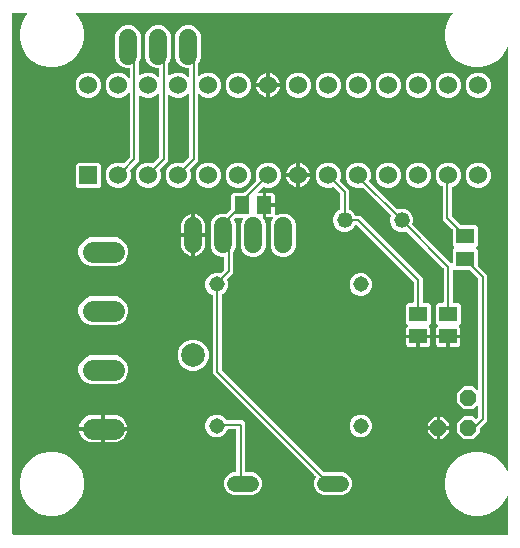
<source format=gtl>
G04 EAGLE Gerber RS-274X export*
G75*
%MOMM*%
%FSLAX34Y34*%
%LPD*%
%INTop Copper*%
%IPPOS*%
%AMOC8*
5,1,8,0,0,1.08239X$1,22.5*%
G01*
%ADD10C,2.010000*%
%ADD11C,1.308000*%
%ADD12R,1.500000X1.300000*%
%ADD13R,1.300000X1.500000*%
%ADD14R,1.524000X1.524000*%
%ADD15C,1.524000*%
%ADD16C,1.524000*%
%ADD17C,1.320800*%
%ADD18C,1.790700*%
%ADD19P,1.429621X8X22.500000*%
%ADD20C,1.320800*%
%ADD21C,0.152400*%
%ADD22C,1.006400*%

G36*
X405698Y-63336D02*
X405698Y-63336D01*
X405717Y-63338D01*
X405819Y-63316D01*
X405921Y-63300D01*
X405938Y-63290D01*
X405958Y-63286D01*
X406047Y-63233D01*
X406138Y-63184D01*
X406152Y-63170D01*
X406169Y-63160D01*
X406236Y-63081D01*
X406308Y-63006D01*
X406316Y-62988D01*
X406329Y-62973D01*
X406368Y-62877D01*
X406411Y-62783D01*
X406413Y-62763D01*
X406421Y-62745D01*
X406439Y-62578D01*
X406439Y-31368D01*
X406432Y-31321D01*
X406433Y-31273D01*
X406412Y-31200D01*
X406400Y-31126D01*
X406377Y-31083D01*
X406363Y-31037D01*
X406320Y-30975D01*
X406284Y-30908D01*
X406250Y-30875D01*
X406222Y-30836D01*
X406161Y-30791D01*
X406106Y-30739D01*
X406063Y-30719D01*
X406024Y-30690D01*
X405952Y-30667D01*
X405883Y-30635D01*
X405835Y-30630D01*
X405790Y-30615D01*
X405714Y-30616D01*
X405639Y-30608D01*
X405592Y-30618D01*
X405544Y-30619D01*
X405472Y-30644D01*
X405398Y-30660D01*
X405357Y-30685D01*
X405312Y-30701D01*
X405252Y-30748D01*
X405187Y-30786D01*
X405156Y-30823D01*
X405118Y-30852D01*
X405042Y-30956D01*
X405027Y-30973D01*
X405025Y-30980D01*
X405019Y-30988D01*
X401734Y-36677D01*
X396677Y-41734D01*
X390484Y-45310D01*
X383576Y-47161D01*
X376424Y-47161D01*
X369516Y-45310D01*
X363323Y-41734D01*
X358266Y-36677D01*
X354690Y-30484D01*
X352839Y-23576D01*
X352839Y-16424D01*
X354690Y-9516D01*
X358266Y-3323D01*
X363323Y1734D01*
X369516Y5310D01*
X376424Y7161D01*
X383576Y7161D01*
X390484Y5310D01*
X396677Y1734D01*
X401734Y-3323D01*
X405019Y-9012D01*
X405049Y-9049D01*
X405072Y-9092D01*
X405127Y-9144D01*
X405175Y-9203D01*
X405215Y-9228D01*
X405250Y-9261D01*
X405319Y-9293D01*
X405383Y-9333D01*
X405430Y-9345D01*
X405473Y-9365D01*
X405548Y-9373D01*
X405622Y-9391D01*
X405670Y-9387D01*
X405717Y-9392D01*
X405792Y-9376D01*
X405867Y-9369D01*
X405911Y-9350D01*
X405958Y-9340D01*
X406023Y-9301D01*
X406092Y-9270D01*
X406128Y-9238D01*
X406169Y-9214D01*
X406218Y-9156D01*
X406274Y-9105D01*
X406298Y-9063D01*
X406329Y-9027D01*
X406357Y-8956D01*
X406394Y-8890D01*
X406403Y-8843D01*
X406421Y-8798D01*
X406435Y-8670D01*
X406439Y-8648D01*
X406438Y-8642D01*
X406439Y-8632D01*
X406439Y348632D01*
X406432Y348679D01*
X406433Y348727D01*
X406412Y348800D01*
X406400Y348874D01*
X406377Y348917D01*
X406363Y348963D01*
X406320Y349025D01*
X406284Y349092D01*
X406250Y349125D01*
X406222Y349164D01*
X406161Y349209D01*
X406106Y349261D01*
X406063Y349281D01*
X406024Y349310D01*
X405952Y349333D01*
X405883Y349365D01*
X405835Y349370D01*
X405790Y349385D01*
X405714Y349384D01*
X405639Y349392D01*
X405592Y349382D01*
X405544Y349381D01*
X405472Y349356D01*
X405398Y349340D01*
X405357Y349315D01*
X405312Y349299D01*
X405252Y349252D01*
X405187Y349214D01*
X405156Y349177D01*
X405118Y349148D01*
X405042Y349044D01*
X405027Y349027D01*
X405025Y349020D01*
X405019Y349012D01*
X401734Y343323D01*
X396677Y338266D01*
X390484Y334690D01*
X383576Y332839D01*
X376424Y332839D01*
X369516Y334690D01*
X363323Y338266D01*
X358266Y343323D01*
X354690Y349516D01*
X352839Y356424D01*
X352839Y363576D01*
X354690Y370484D01*
X358266Y376677D01*
X359129Y377540D01*
X359171Y377598D01*
X359220Y377650D01*
X359242Y377697D01*
X359272Y377739D01*
X359293Y377808D01*
X359324Y377873D01*
X359329Y377925D01*
X359345Y377975D01*
X359343Y378046D01*
X359351Y378117D01*
X359340Y378168D01*
X359338Y378220D01*
X359314Y378288D01*
X359298Y378358D01*
X359272Y378403D01*
X359254Y378451D01*
X359209Y378507D01*
X359172Y378569D01*
X359133Y378603D01*
X359100Y378643D01*
X359040Y378682D01*
X358985Y378729D01*
X358937Y378748D01*
X358893Y378776D01*
X358824Y378794D01*
X358757Y378821D01*
X358686Y378829D01*
X358655Y378837D01*
X358631Y378835D01*
X358590Y378839D01*
X41410Y378839D01*
X41339Y378828D01*
X41267Y378826D01*
X41218Y378808D01*
X41167Y378800D01*
X41104Y378766D01*
X41036Y378741D01*
X40996Y378709D01*
X40949Y378684D01*
X40900Y378632D01*
X40844Y378588D01*
X40816Y378544D01*
X40780Y378506D01*
X40750Y378441D01*
X40711Y378381D01*
X40698Y378330D01*
X40676Y378283D01*
X40669Y378212D01*
X40651Y378142D01*
X40655Y378090D01*
X40649Y378039D01*
X40665Y377968D01*
X40670Y377897D01*
X40691Y377849D01*
X40702Y377798D01*
X40738Y377737D01*
X40767Y377671D01*
X40811Y377615D01*
X40828Y377587D01*
X40846Y377572D01*
X40871Y377540D01*
X41734Y376677D01*
X45310Y370484D01*
X47161Y363576D01*
X47161Y356424D01*
X45310Y349516D01*
X41734Y343323D01*
X36677Y338266D01*
X30484Y334690D01*
X23576Y332839D01*
X16424Y332839D01*
X9516Y334690D01*
X3323Y338266D01*
X-1734Y343323D01*
X-5310Y349516D01*
X-7161Y356424D01*
X-7161Y363576D01*
X-5310Y370484D01*
X-1734Y376677D01*
X-871Y377540D01*
X-829Y377598D01*
X-780Y377650D01*
X-758Y377697D01*
X-728Y377739D01*
X-707Y377808D01*
X-676Y377873D01*
X-671Y377925D01*
X-655Y377975D01*
X-657Y378046D01*
X-649Y378117D01*
X-660Y378168D01*
X-662Y378220D01*
X-686Y378288D01*
X-702Y378358D01*
X-728Y378403D01*
X-746Y378451D01*
X-791Y378507D01*
X-828Y378569D01*
X-867Y378603D01*
X-900Y378643D01*
X-960Y378682D01*
X-1015Y378729D01*
X-1063Y378748D01*
X-1107Y378776D01*
X-1176Y378794D01*
X-1243Y378821D01*
X-1314Y378829D01*
X-1345Y378837D01*
X-1369Y378835D01*
X-1410Y378839D01*
X-12578Y378839D01*
X-12598Y378836D01*
X-12617Y378838D01*
X-12719Y378816D01*
X-12821Y378800D01*
X-12838Y378790D01*
X-12858Y378786D01*
X-12947Y378733D01*
X-13038Y378684D01*
X-13052Y378670D01*
X-13069Y378660D01*
X-13136Y378581D01*
X-13208Y378506D01*
X-13216Y378488D01*
X-13229Y378473D01*
X-13268Y378377D01*
X-13311Y378283D01*
X-13313Y378263D01*
X-13321Y378245D01*
X-13339Y378078D01*
X-13339Y-62578D01*
X-13336Y-62598D01*
X-13338Y-62617D01*
X-13316Y-62719D01*
X-13300Y-62821D01*
X-13290Y-62838D01*
X-13286Y-62858D01*
X-13233Y-62947D01*
X-13184Y-63038D01*
X-13170Y-63052D01*
X-13160Y-63069D01*
X-13081Y-63136D01*
X-13006Y-63208D01*
X-12988Y-63216D01*
X-12973Y-63229D01*
X-12877Y-63268D01*
X-12783Y-63311D01*
X-12763Y-63313D01*
X-12745Y-63321D01*
X-12578Y-63339D01*
X405678Y-63339D01*
X405698Y-63336D01*
G37*
%LPC*%
G36*
X74078Y230631D02*
X74078Y230631D01*
X70157Y232255D01*
X67155Y235257D01*
X65531Y239178D01*
X65531Y243422D01*
X67155Y247343D01*
X70157Y250345D01*
X74078Y251969D01*
X78322Y251969D01*
X80156Y251209D01*
X80269Y251183D01*
X80383Y251154D01*
X80389Y251155D01*
X80395Y251153D01*
X80512Y251164D01*
X80628Y251173D01*
X80634Y251176D01*
X80640Y251176D01*
X80747Y251224D01*
X80854Y251270D01*
X80860Y251274D01*
X80865Y251276D01*
X80878Y251289D01*
X80985Y251374D01*
X85966Y256356D01*
X86019Y256430D01*
X86079Y256499D01*
X86091Y256529D01*
X86110Y256555D01*
X86137Y256642D01*
X86171Y256727D01*
X86175Y256768D01*
X86182Y256790D01*
X86181Y256823D01*
X86189Y256894D01*
X86189Y310564D01*
X86178Y310634D01*
X86176Y310706D01*
X86158Y310755D01*
X86150Y310806D01*
X86116Y310870D01*
X86091Y310937D01*
X86059Y310978D01*
X86034Y311024D01*
X85982Y311073D01*
X85938Y311129D01*
X85894Y311157D01*
X85856Y311193D01*
X85791Y311223D01*
X85731Y311262D01*
X85680Y311275D01*
X85633Y311297D01*
X85562Y311305D01*
X85492Y311322D01*
X85440Y311318D01*
X85389Y311324D01*
X85318Y311309D01*
X85247Y311303D01*
X85199Y311283D01*
X85148Y311272D01*
X85087Y311235D01*
X85021Y311207D01*
X84965Y311162D01*
X84937Y311145D01*
X84922Y311128D01*
X84890Y311102D01*
X82243Y308455D01*
X78322Y306831D01*
X74078Y306831D01*
X70157Y308455D01*
X67155Y311457D01*
X65531Y315378D01*
X65531Y319622D01*
X67155Y323543D01*
X70157Y326545D01*
X74078Y328169D01*
X78322Y328169D01*
X82243Y326545D01*
X84890Y323898D01*
X84948Y323856D01*
X85000Y323807D01*
X85047Y323785D01*
X85089Y323755D01*
X85158Y323734D01*
X85223Y323703D01*
X85275Y323698D01*
X85325Y323682D01*
X85396Y323684D01*
X85467Y323676D01*
X85518Y323687D01*
X85570Y323689D01*
X85638Y323713D01*
X85708Y323728D01*
X85753Y323755D01*
X85801Y323773D01*
X85857Y323818D01*
X85919Y323855D01*
X85953Y323894D01*
X85993Y323927D01*
X86032Y323987D01*
X86079Y324042D01*
X86098Y324090D01*
X86126Y324134D01*
X86144Y324203D01*
X86171Y324270D01*
X86179Y324341D01*
X86187Y324372D01*
X86185Y324395D01*
X86189Y324436D01*
X86189Y330950D01*
X86186Y330970D01*
X86188Y330989D01*
X86166Y331091D01*
X86150Y331193D01*
X86140Y331210D01*
X86136Y331230D01*
X86083Y331319D01*
X86034Y331410D01*
X86020Y331424D01*
X86010Y331441D01*
X85931Y331508D01*
X85856Y331580D01*
X85838Y331588D01*
X85823Y331601D01*
X85727Y331640D01*
X85633Y331683D01*
X85613Y331685D01*
X85595Y331693D01*
X85428Y331711D01*
X82478Y331711D01*
X78557Y333335D01*
X75555Y336337D01*
X73931Y340258D01*
X73931Y359742D01*
X75555Y363663D01*
X78557Y366665D01*
X82478Y368289D01*
X86722Y368289D01*
X90643Y366665D01*
X93645Y363663D01*
X95269Y359742D01*
X95269Y340258D01*
X93869Y336878D01*
X93854Y336814D01*
X93829Y336753D01*
X93820Y336670D01*
X93813Y336638D01*
X93814Y336619D01*
X93811Y336586D01*
X93811Y326636D01*
X93822Y326566D01*
X93824Y326494D01*
X93842Y326445D01*
X93850Y326394D01*
X93884Y326330D01*
X93909Y326263D01*
X93941Y326222D01*
X93966Y326176D01*
X94018Y326127D01*
X94062Y326071D01*
X94106Y326043D01*
X94144Y326007D01*
X94209Y325977D01*
X94269Y325938D01*
X94320Y325925D01*
X94367Y325903D01*
X94438Y325895D01*
X94508Y325878D01*
X94560Y325882D01*
X94611Y325876D01*
X94682Y325891D01*
X94753Y325897D01*
X94801Y325917D01*
X94852Y325928D01*
X94913Y325965D01*
X94979Y325993D01*
X95035Y326038D01*
X95063Y326055D01*
X95078Y326072D01*
X95110Y326098D01*
X95557Y326545D01*
X99478Y328169D01*
X103722Y328169D01*
X107643Y326545D01*
X109890Y324298D01*
X109948Y324256D01*
X110000Y324207D01*
X110047Y324185D01*
X110089Y324155D01*
X110158Y324134D01*
X110223Y324103D01*
X110275Y324098D01*
X110325Y324082D01*
X110396Y324084D01*
X110467Y324076D01*
X110518Y324087D01*
X110570Y324089D01*
X110638Y324113D01*
X110708Y324128D01*
X110753Y324155D01*
X110801Y324173D01*
X110857Y324218D01*
X110919Y324255D01*
X110953Y324294D01*
X110993Y324327D01*
X111032Y324387D01*
X111079Y324442D01*
X111098Y324490D01*
X111126Y324534D01*
X111144Y324603D01*
X111171Y324670D01*
X111179Y324741D01*
X111187Y324772D01*
X111185Y324795D01*
X111189Y324836D01*
X111189Y330950D01*
X111186Y330970D01*
X111188Y330989D01*
X111166Y331091D01*
X111150Y331193D01*
X111140Y331210D01*
X111136Y331230D01*
X111083Y331319D01*
X111034Y331410D01*
X111020Y331424D01*
X111010Y331441D01*
X110931Y331508D01*
X110856Y331580D01*
X110838Y331588D01*
X110823Y331601D01*
X110727Y331640D01*
X110633Y331683D01*
X110613Y331685D01*
X110595Y331693D01*
X110428Y331711D01*
X107878Y331711D01*
X103957Y333335D01*
X100955Y336337D01*
X99331Y340258D01*
X99331Y359742D01*
X100955Y363663D01*
X103957Y366665D01*
X107878Y368289D01*
X112122Y368289D01*
X116043Y366665D01*
X119045Y363663D01*
X120669Y359742D01*
X120669Y340258D01*
X119045Y336337D01*
X119034Y336326D01*
X118981Y336252D01*
X118921Y336182D01*
X118909Y336152D01*
X118890Y336126D01*
X118863Y336039D01*
X118829Y335954D01*
X118825Y335913D01*
X118818Y335891D01*
X118819Y335859D01*
X118811Y335788D01*
X118811Y326236D01*
X118822Y326166D01*
X118824Y326094D01*
X118842Y326045D01*
X118850Y325994D01*
X118884Y325930D01*
X118909Y325863D01*
X118941Y325822D01*
X118966Y325776D01*
X119018Y325727D01*
X119062Y325671D01*
X119106Y325643D01*
X119144Y325607D01*
X119209Y325577D01*
X119269Y325538D01*
X119320Y325525D01*
X119367Y325503D01*
X119438Y325495D01*
X119508Y325478D01*
X119560Y325482D01*
X119611Y325476D01*
X119682Y325491D01*
X119753Y325497D01*
X119801Y325517D01*
X119852Y325528D01*
X119913Y325565D01*
X119979Y325593D01*
X120035Y325638D01*
X120063Y325655D01*
X120078Y325672D01*
X120110Y325698D01*
X120957Y326545D01*
X124878Y328169D01*
X129122Y328169D01*
X133043Y326545D01*
X134890Y324698D01*
X134948Y324656D01*
X135000Y324607D01*
X135047Y324585D01*
X135089Y324555D01*
X135158Y324534D01*
X135223Y324503D01*
X135275Y324498D01*
X135325Y324482D01*
X135396Y324484D01*
X135467Y324476D01*
X135518Y324487D01*
X135570Y324489D01*
X135638Y324513D01*
X135708Y324528D01*
X135753Y324555D01*
X135801Y324573D01*
X135857Y324618D01*
X135919Y324655D01*
X135953Y324694D01*
X135993Y324727D01*
X136032Y324787D01*
X136079Y324842D01*
X136098Y324890D01*
X136126Y324934D01*
X136144Y325003D01*
X136171Y325070D01*
X136179Y325141D01*
X136187Y325172D01*
X136185Y325195D01*
X136189Y325236D01*
X136189Y330950D01*
X136186Y330970D01*
X136188Y330989D01*
X136166Y331091D01*
X136150Y331193D01*
X136140Y331210D01*
X136136Y331230D01*
X136083Y331319D01*
X136034Y331410D01*
X136020Y331424D01*
X136010Y331441D01*
X135931Y331508D01*
X135856Y331580D01*
X135838Y331588D01*
X135823Y331601D01*
X135727Y331640D01*
X135633Y331683D01*
X135613Y331685D01*
X135595Y331693D01*
X135428Y331711D01*
X133278Y331711D01*
X129357Y333335D01*
X126355Y336337D01*
X124731Y340258D01*
X124731Y359742D01*
X126355Y363663D01*
X129357Y366665D01*
X133278Y368289D01*
X137522Y368289D01*
X141443Y366665D01*
X144445Y363663D01*
X146069Y359742D01*
X146069Y340258D01*
X144445Y336337D01*
X144034Y335926D01*
X143981Y335852D01*
X143921Y335782D01*
X143909Y335752D01*
X143890Y335726D01*
X143863Y335639D01*
X143829Y335554D01*
X143825Y335513D01*
X143818Y335491D01*
X143819Y335459D01*
X143811Y335388D01*
X143811Y325836D01*
X143822Y325766D01*
X143824Y325694D01*
X143842Y325645D01*
X143850Y325594D01*
X143884Y325530D01*
X143909Y325463D01*
X143941Y325422D01*
X143966Y325376D01*
X144018Y325327D01*
X144062Y325271D01*
X144106Y325243D01*
X144144Y325207D01*
X144209Y325177D01*
X144269Y325138D01*
X144320Y325125D01*
X144367Y325103D01*
X144438Y325095D01*
X144508Y325078D01*
X144560Y325082D01*
X144611Y325076D01*
X144682Y325091D01*
X144753Y325097D01*
X144801Y325117D01*
X144852Y325128D01*
X144913Y325165D01*
X144979Y325193D01*
X145035Y325238D01*
X145063Y325255D01*
X145078Y325272D01*
X145110Y325298D01*
X146357Y326545D01*
X150278Y328169D01*
X154522Y328169D01*
X158443Y326545D01*
X161445Y323543D01*
X163069Y319622D01*
X163069Y315378D01*
X161445Y311457D01*
X158443Y308455D01*
X154522Y306831D01*
X150278Y306831D01*
X146357Y308455D01*
X145110Y309702D01*
X145052Y309744D01*
X145000Y309793D01*
X144953Y309815D01*
X144911Y309845D01*
X144842Y309866D01*
X144777Y309897D01*
X144725Y309902D01*
X144675Y309918D01*
X144604Y309916D01*
X144533Y309924D01*
X144482Y309913D01*
X144430Y309911D01*
X144362Y309887D01*
X144292Y309872D01*
X144247Y309845D01*
X144199Y309827D01*
X144143Y309782D01*
X144081Y309745D01*
X144047Y309706D01*
X144007Y309673D01*
X143968Y309613D01*
X143921Y309558D01*
X143902Y309510D01*
X143874Y309466D01*
X143856Y309397D01*
X143829Y309330D01*
X143821Y309259D01*
X143813Y309228D01*
X143815Y309205D01*
X143811Y309164D01*
X143811Y253422D01*
X141356Y250966D01*
X136899Y246509D01*
X136831Y246415D01*
X136761Y246321D01*
X136759Y246315D01*
X136755Y246310D01*
X136721Y246199D01*
X136684Y246087D01*
X136685Y246081D01*
X136683Y246075D01*
X136686Y245958D01*
X136687Y245841D01*
X136689Y245834D01*
X136689Y245829D01*
X136695Y245811D01*
X136734Y245680D01*
X137669Y243422D01*
X137669Y239178D01*
X136045Y235257D01*
X133043Y232255D01*
X129122Y230631D01*
X124878Y230631D01*
X120957Y232255D01*
X117955Y235257D01*
X116331Y239178D01*
X116331Y243422D01*
X117955Y247343D01*
X120957Y250345D01*
X124878Y251969D01*
X129122Y251969D01*
X130390Y251444D01*
X130504Y251417D01*
X130617Y251388D01*
X130623Y251389D01*
X130629Y251387D01*
X130746Y251398D01*
X130862Y251408D01*
X130868Y251410D01*
X130874Y251411D01*
X130982Y251458D01*
X131088Y251504D01*
X131094Y251508D01*
X131099Y251511D01*
X131113Y251523D01*
X131219Y251609D01*
X135966Y256356D01*
X136019Y256430D01*
X136079Y256499D01*
X136091Y256529D01*
X136110Y256555D01*
X136137Y256642D01*
X136171Y256727D01*
X136175Y256768D01*
X136182Y256790D01*
X136181Y256823D01*
X136189Y256894D01*
X136189Y309764D01*
X136178Y309834D01*
X136176Y309906D01*
X136158Y309955D01*
X136150Y310006D01*
X136116Y310070D01*
X136091Y310137D01*
X136059Y310178D01*
X136034Y310224D01*
X135982Y310273D01*
X135938Y310329D01*
X135894Y310357D01*
X135856Y310393D01*
X135791Y310423D01*
X135731Y310462D01*
X135680Y310475D01*
X135633Y310497D01*
X135562Y310505D01*
X135492Y310522D01*
X135440Y310518D01*
X135389Y310524D01*
X135318Y310509D01*
X135247Y310503D01*
X135199Y310483D01*
X135148Y310472D01*
X135087Y310435D01*
X135021Y310407D01*
X134965Y310362D01*
X134937Y310345D01*
X134922Y310328D01*
X134890Y310302D01*
X133043Y308455D01*
X129122Y306831D01*
X124878Y306831D01*
X120957Y308455D01*
X120110Y309302D01*
X120052Y309344D01*
X120000Y309393D01*
X119953Y309415D01*
X119911Y309445D01*
X119842Y309466D01*
X119777Y309497D01*
X119725Y309502D01*
X119675Y309518D01*
X119604Y309516D01*
X119533Y309524D01*
X119482Y309513D01*
X119430Y309511D01*
X119362Y309487D01*
X119292Y309472D01*
X119247Y309445D01*
X119199Y309427D01*
X119143Y309382D01*
X119081Y309345D01*
X119047Y309306D01*
X119007Y309273D01*
X118968Y309213D01*
X118921Y309158D01*
X118902Y309110D01*
X118874Y309066D01*
X118856Y308997D01*
X118829Y308930D01*
X118821Y308859D01*
X118813Y308828D01*
X118815Y308805D01*
X118811Y308764D01*
X118811Y253422D01*
X116356Y250966D01*
X111616Y246227D01*
X111568Y246160D01*
X111565Y246156D01*
X111563Y246153D01*
X111548Y246132D01*
X111478Y246038D01*
X111476Y246032D01*
X111472Y246027D01*
X111438Y245916D01*
X111402Y245804D01*
X111402Y245798D01*
X111400Y245792D01*
X111403Y245675D01*
X111404Y245558D01*
X111406Y245551D01*
X111406Y245546D01*
X111413Y245528D01*
X111451Y245397D01*
X112269Y243422D01*
X112269Y239178D01*
X110645Y235257D01*
X107643Y232255D01*
X103722Y230631D01*
X99478Y230631D01*
X95557Y232255D01*
X92555Y235257D01*
X90931Y239178D01*
X90931Y243422D01*
X92555Y247343D01*
X95557Y250345D01*
X99478Y251969D01*
X103722Y251969D01*
X105273Y251326D01*
X105386Y251300D01*
X105500Y251271D01*
X105506Y251272D01*
X105512Y251270D01*
X105629Y251281D01*
X105745Y251290D01*
X105751Y251293D01*
X105757Y251293D01*
X105865Y251341D01*
X105971Y251387D01*
X105977Y251391D01*
X105982Y251393D01*
X105996Y251406D01*
X106102Y251491D01*
X110966Y256356D01*
X111019Y256430D01*
X111079Y256499D01*
X111091Y256529D01*
X111110Y256555D01*
X111137Y256642D01*
X111171Y256727D01*
X111175Y256768D01*
X111182Y256790D01*
X111181Y256823D01*
X111189Y256894D01*
X111189Y310164D01*
X111178Y310234D01*
X111176Y310306D01*
X111158Y310355D01*
X111150Y310406D01*
X111116Y310470D01*
X111091Y310537D01*
X111059Y310578D01*
X111034Y310624D01*
X110982Y310673D01*
X110938Y310729D01*
X110894Y310757D01*
X110856Y310793D01*
X110791Y310823D01*
X110731Y310862D01*
X110680Y310875D01*
X110633Y310897D01*
X110562Y310905D01*
X110492Y310922D01*
X110440Y310918D01*
X110389Y310924D01*
X110318Y310909D01*
X110247Y310903D01*
X110199Y310883D01*
X110148Y310872D01*
X110087Y310835D01*
X110021Y310807D01*
X109965Y310762D01*
X109937Y310745D01*
X109922Y310728D01*
X109890Y310702D01*
X107643Y308455D01*
X103722Y306831D01*
X99478Y306831D01*
X95557Y308455D01*
X95110Y308902D01*
X95052Y308944D01*
X95000Y308993D01*
X94953Y309015D01*
X94911Y309045D01*
X94842Y309066D01*
X94777Y309097D01*
X94725Y309102D01*
X94675Y309118D01*
X94604Y309116D01*
X94533Y309124D01*
X94482Y309113D01*
X94430Y309111D01*
X94362Y309087D01*
X94292Y309072D01*
X94247Y309045D01*
X94199Y309027D01*
X94143Y308982D01*
X94081Y308945D01*
X94047Y308906D01*
X94007Y308873D01*
X93968Y308813D01*
X93921Y308758D01*
X93902Y308710D01*
X93874Y308666D01*
X93856Y308597D01*
X93829Y308530D01*
X93821Y308459D01*
X93813Y308428D01*
X93815Y308405D01*
X93811Y308364D01*
X93811Y253422D01*
X91356Y250966D01*
X86333Y245944D01*
X86265Y245849D01*
X86195Y245755D01*
X86193Y245749D01*
X86189Y245744D01*
X86155Y245633D01*
X86119Y245521D01*
X86119Y245515D01*
X86117Y245509D01*
X86120Y245392D01*
X86121Y245275D01*
X86123Y245268D01*
X86123Y245263D01*
X86130Y245246D01*
X86168Y245114D01*
X86869Y243422D01*
X86869Y239178D01*
X85245Y235257D01*
X82243Y232255D01*
X78322Y230631D01*
X74078Y230631D01*
G37*
%LPD*%
%LPC*%
G36*
X368702Y17647D02*
X368702Y17647D01*
X363047Y23302D01*
X363047Y31298D01*
X368702Y36953D01*
X376698Y36953D01*
X378593Y35058D01*
X378609Y35047D01*
X378621Y35031D01*
X378700Y34981D01*
X378709Y34972D01*
X378716Y34970D01*
X378792Y34915D01*
X378811Y34909D01*
X378828Y34898D01*
X378929Y34873D01*
X379027Y34842D01*
X379047Y34843D01*
X379067Y34838D01*
X379170Y34846D01*
X379273Y34849D01*
X379292Y34856D01*
X379312Y34857D01*
X379407Y34898D01*
X379504Y34933D01*
X379520Y34946D01*
X379538Y34954D01*
X379617Y35016D01*
X379618Y35017D01*
X379619Y35018D01*
X379669Y35058D01*
X380966Y36356D01*
X381019Y36429D01*
X381079Y36499D01*
X381091Y36529D01*
X381110Y36555D01*
X381137Y36642D01*
X381171Y36727D01*
X381175Y36768D01*
X381182Y36790D01*
X381181Y36823D01*
X381189Y36894D01*
X381189Y45700D01*
X381178Y45771D01*
X381176Y45843D01*
X381158Y45892D01*
X381150Y45943D01*
X381116Y46007D01*
X381091Y46074D01*
X381059Y46115D01*
X381034Y46161D01*
X380982Y46210D01*
X380938Y46266D01*
X380894Y46294D01*
X380856Y46330D01*
X380791Y46360D01*
X380731Y46399D01*
X380680Y46412D01*
X380633Y46434D01*
X380562Y46441D01*
X380492Y46459D01*
X380440Y46455D01*
X380389Y46461D01*
X380318Y46445D01*
X380247Y46440D01*
X380199Y46420D01*
X380148Y46408D01*
X380087Y46372D01*
X380021Y46344D01*
X379965Y46299D01*
X379937Y46282D01*
X379922Y46264D01*
X379890Y46239D01*
X376698Y43047D01*
X368702Y43047D01*
X363047Y48702D01*
X363047Y56698D01*
X368702Y62353D01*
X376698Y62353D01*
X379890Y59161D01*
X379948Y59119D01*
X380000Y59070D01*
X380047Y59048D01*
X380089Y59018D01*
X380158Y58997D01*
X380223Y58966D01*
X380275Y58961D01*
X380325Y58945D01*
X380396Y58947D01*
X380467Y58939D01*
X380518Y58950D01*
X380570Y58952D01*
X380638Y58976D01*
X380708Y58992D01*
X380753Y59018D01*
X380801Y59036D01*
X380857Y59081D01*
X380919Y59118D01*
X380953Y59157D01*
X380993Y59190D01*
X381032Y59250D01*
X381079Y59305D01*
X381098Y59353D01*
X381126Y59397D01*
X381144Y59466D01*
X381171Y59533D01*
X381179Y59604D01*
X381187Y59635D01*
X381185Y59659D01*
X381189Y59700D01*
X381189Y153106D01*
X381175Y153196D01*
X381167Y153287D01*
X381155Y153317D01*
X381150Y153349D01*
X381107Y153430D01*
X381071Y153514D01*
X381045Y153546D01*
X381034Y153566D01*
X381011Y153589D01*
X380966Y153644D01*
X373882Y160728D01*
X373809Y160781D01*
X373739Y160841D01*
X373709Y160853D01*
X373683Y160872D01*
X373596Y160899D01*
X373511Y160933D01*
X373470Y160937D01*
X373448Y160944D01*
X373415Y160943D01*
X373344Y160951D01*
X361237Y160951D01*
X360710Y161478D01*
X360652Y161520D01*
X360600Y161569D01*
X360553Y161591D01*
X360511Y161622D01*
X360442Y161643D01*
X360377Y161673D01*
X360325Y161679D01*
X360275Y161694D01*
X360204Y161692D01*
X360133Y161700D01*
X360082Y161689D01*
X360030Y161688D01*
X359962Y161663D01*
X359892Y161648D01*
X359847Y161621D01*
X359799Y161603D01*
X359743Y161558D01*
X359681Y161522D01*
X359647Y161482D01*
X359607Y161450D01*
X359568Y161389D01*
X359521Y161335D01*
X359502Y161286D01*
X359474Y161243D01*
X359456Y161173D01*
X359429Y161107D01*
X359421Y161035D01*
X359413Y161004D01*
X359415Y160981D01*
X359411Y160940D01*
X359411Y134110D01*
X359414Y134090D01*
X359412Y134071D01*
X359434Y133969D01*
X359450Y133867D01*
X359460Y133850D01*
X359464Y133830D01*
X359517Y133741D01*
X359566Y133650D01*
X359580Y133636D01*
X359590Y133619D01*
X359669Y133552D01*
X359744Y133480D01*
X359762Y133472D01*
X359777Y133459D01*
X359873Y133420D01*
X359967Y133377D01*
X359987Y133375D01*
X360005Y133367D01*
X360172Y133349D01*
X364363Y133349D01*
X366149Y131563D01*
X366149Y116037D01*
X364591Y114479D01*
X364579Y114463D01*
X364563Y114450D01*
X364507Y114363D01*
X364447Y114279D01*
X364441Y114260D01*
X364430Y114243D01*
X364405Y114143D01*
X364375Y114044D01*
X364375Y114024D01*
X364370Y114005D01*
X364378Y113902D01*
X364381Y113798D01*
X364388Y113780D01*
X364390Y113760D01*
X364430Y113665D01*
X364466Y113567D01*
X364478Y113552D01*
X364486Y113533D01*
X364591Y113402D01*
X365133Y112860D01*
X365468Y112281D01*
X365641Y111634D01*
X365641Y106323D01*
X356362Y106323D01*
X356342Y106320D01*
X356323Y106322D01*
X356221Y106300D01*
X356119Y106283D01*
X356102Y106274D01*
X356082Y106270D01*
X355993Y106217D01*
X355902Y106168D01*
X355888Y106154D01*
X355871Y106144D01*
X355804Y106065D01*
X355733Y105990D01*
X355724Y105972D01*
X355711Y105957D01*
X355672Y105861D01*
X355629Y105767D01*
X355627Y105747D01*
X355619Y105729D01*
X355601Y105562D01*
X355601Y104799D01*
X355599Y104799D01*
X355599Y105562D01*
X355596Y105582D01*
X355598Y105601D01*
X355576Y105703D01*
X355559Y105805D01*
X355550Y105822D01*
X355546Y105842D01*
X355493Y105931D01*
X355444Y106022D01*
X355430Y106036D01*
X355420Y106053D01*
X355341Y106120D01*
X355266Y106191D01*
X355248Y106200D01*
X355233Y106213D01*
X355137Y106252D01*
X355043Y106295D01*
X355023Y106297D01*
X355005Y106305D01*
X354838Y106323D01*
X345559Y106323D01*
X345559Y111634D01*
X345732Y112281D01*
X346067Y112860D01*
X346609Y113402D01*
X346621Y113419D01*
X346637Y113431D01*
X346693Y113518D01*
X346753Y113602D01*
X346759Y113621D01*
X346770Y113638D01*
X346795Y113738D01*
X346825Y113837D01*
X346825Y113857D01*
X346830Y113877D01*
X346822Y113980D01*
X346819Y114083D01*
X346812Y114102D01*
X346810Y114122D01*
X346770Y114217D01*
X346734Y114314D01*
X346722Y114330D01*
X346714Y114348D01*
X346609Y114479D01*
X345051Y116037D01*
X345051Y131563D01*
X346837Y133349D01*
X351028Y133349D01*
X351048Y133352D01*
X351067Y133350D01*
X351169Y133372D01*
X351271Y133388D01*
X351288Y133398D01*
X351308Y133402D01*
X351397Y133455D01*
X351488Y133504D01*
X351502Y133518D01*
X351519Y133528D01*
X351586Y133607D01*
X351658Y133682D01*
X351666Y133700D01*
X351679Y133715D01*
X351718Y133811D01*
X351761Y133905D01*
X351763Y133925D01*
X351771Y133943D01*
X351789Y134110D01*
X351789Y161936D01*
X351775Y162026D01*
X351767Y162117D01*
X351755Y162147D01*
X351750Y162179D01*
X351707Y162260D01*
X351671Y162344D01*
X351645Y162376D01*
X351634Y162396D01*
X351611Y162419D01*
X351566Y162474D01*
X320167Y193874D01*
X320072Y193942D01*
X319978Y194012D01*
X319972Y194014D01*
X319967Y194018D01*
X319856Y194052D01*
X319744Y194088D01*
X319738Y194088D01*
X319732Y194090D01*
X319615Y194087D01*
X319498Y194086D01*
X319491Y194084D01*
X319486Y194084D01*
X319469Y194077D01*
X319337Y194039D01*
X318150Y193547D01*
X314310Y193547D01*
X310762Y195017D01*
X308047Y197732D01*
X306577Y201280D01*
X306577Y205120D01*
X307069Y206307D01*
X307096Y206421D01*
X307124Y206534D01*
X307124Y206541D01*
X307125Y206547D01*
X307114Y206663D01*
X307105Y206780D01*
X307103Y206785D01*
X307102Y206792D01*
X307054Y206899D01*
X307009Y207006D01*
X307004Y207012D01*
X307002Y207016D01*
X306989Y207030D01*
X306904Y207137D01*
X283216Y230824D01*
X283122Y230892D01*
X283028Y230962D01*
X283022Y230964D01*
X283017Y230968D01*
X282906Y231002D01*
X282794Y231039D01*
X282788Y231038D01*
X282782Y231040D01*
X282665Y231037D01*
X282548Y231036D01*
X282541Y231034D01*
X282536Y231034D01*
X282518Y231028D01*
X282387Y230989D01*
X281522Y230631D01*
X277278Y230631D01*
X273357Y232255D01*
X270355Y235257D01*
X268731Y239178D01*
X268731Y243422D01*
X270355Y247343D01*
X273357Y250345D01*
X277278Y251969D01*
X281522Y251969D01*
X285443Y250345D01*
X288445Y247343D01*
X290069Y243422D01*
X290069Y239178D01*
X288967Y236517D01*
X288940Y236404D01*
X288911Y236290D01*
X288912Y236284D01*
X288910Y236278D01*
X288921Y236161D01*
X288931Y236045D01*
X288933Y236039D01*
X288934Y236033D01*
X288981Y235925D01*
X289027Y235819D01*
X289031Y235813D01*
X289034Y235808D01*
X289046Y235794D01*
X289132Y235688D01*
X312293Y212526D01*
X312388Y212458D01*
X312482Y212388D01*
X312488Y212386D01*
X312493Y212382D01*
X312604Y212348D01*
X312716Y212312D01*
X312722Y212312D01*
X312728Y212310D01*
X312845Y212313D01*
X312962Y212314D01*
X312969Y212316D01*
X312974Y212316D01*
X312991Y212323D01*
X313123Y212361D01*
X314310Y212853D01*
X318150Y212853D01*
X321698Y211383D01*
X324413Y208668D01*
X325883Y205120D01*
X325883Y201280D01*
X325391Y200093D01*
X325364Y199979D01*
X325336Y199866D01*
X325336Y199859D01*
X325335Y199853D01*
X325346Y199736D01*
X325355Y199620D01*
X325357Y199615D01*
X325358Y199608D01*
X325406Y199501D01*
X325451Y199394D01*
X325456Y199388D01*
X325458Y199384D01*
X325471Y199370D01*
X325556Y199263D01*
X356956Y167864D01*
X358152Y166667D01*
X358210Y166626D01*
X358262Y166576D01*
X358309Y166554D01*
X358351Y166524D01*
X358420Y166503D01*
X358485Y166473D01*
X358537Y166467D01*
X358587Y166452D01*
X358658Y166453D01*
X358729Y166446D01*
X358780Y166457D01*
X358832Y166458D01*
X358900Y166483D01*
X358970Y166498D01*
X359015Y166524D01*
X359063Y166542D01*
X359119Y166587D01*
X359181Y166624D01*
X359215Y166664D01*
X359255Y166696D01*
X359294Y166756D01*
X359341Y166811D01*
X359360Y166859D01*
X359388Y166903D01*
X359406Y166972D01*
X359433Y167039D01*
X359441Y167110D01*
X359449Y167141D01*
X359447Y167165D01*
X359451Y167206D01*
X359451Y178263D01*
X360650Y179462D01*
X360662Y179478D01*
X360677Y179490D01*
X360733Y179578D01*
X360794Y179661D01*
X360800Y179680D01*
X360810Y179697D01*
X360836Y179798D01*
X360866Y179897D01*
X360866Y179916D01*
X360870Y179936D01*
X360862Y180039D01*
X360860Y180142D01*
X360853Y180161D01*
X360851Y180181D01*
X360811Y180276D01*
X360775Y180373D01*
X360763Y180389D01*
X360755Y180407D01*
X360650Y180538D01*
X359451Y181737D01*
X359451Y194844D01*
X359437Y194934D01*
X359429Y195025D01*
X359417Y195055D01*
X359412Y195087D01*
X359369Y195168D01*
X359333Y195252D01*
X359307Y195284D01*
X359296Y195304D01*
X359273Y195327D01*
X359228Y195382D01*
X351189Y203422D01*
X351189Y231071D01*
X351170Y231185D01*
X351153Y231302D01*
X351151Y231307D01*
X351150Y231313D01*
X351095Y231416D01*
X351042Y231521D01*
X351037Y231525D01*
X351034Y231531D01*
X350950Y231611D01*
X350866Y231693D01*
X350860Y231697D01*
X350856Y231700D01*
X350839Y231708D01*
X350719Y231774D01*
X349557Y232255D01*
X346555Y235257D01*
X344931Y239178D01*
X344931Y243422D01*
X346555Y247343D01*
X349557Y250345D01*
X353478Y251969D01*
X357722Y251969D01*
X361643Y250345D01*
X364645Y247343D01*
X366269Y243422D01*
X366269Y239178D01*
X364645Y235257D01*
X361643Y232255D01*
X359281Y231277D01*
X359181Y231215D01*
X359081Y231155D01*
X359077Y231151D01*
X359072Y231147D01*
X358997Y231057D01*
X358921Y230968D01*
X358919Y230963D01*
X358915Y230958D01*
X358873Y230849D01*
X358829Y230740D01*
X358828Y230733D01*
X358827Y230728D01*
X358826Y230710D01*
X358811Y230574D01*
X358811Y206894D01*
X358813Y206878D01*
X358812Y206865D01*
X358826Y206801D01*
X358833Y206713D01*
X358845Y206683D01*
X358850Y206651D01*
X358864Y206626D01*
X358864Y206625D01*
X358868Y206619D01*
X358893Y206570D01*
X358929Y206486D01*
X358955Y206454D01*
X358966Y206434D01*
X358989Y206411D01*
X359034Y206356D01*
X366118Y199272D01*
X366191Y199219D01*
X366261Y199159D01*
X366291Y199147D01*
X366317Y199128D01*
X366404Y199101D01*
X366489Y199067D01*
X366530Y199063D01*
X366552Y199056D01*
X366585Y199057D01*
X366656Y199049D01*
X378763Y199049D01*
X380549Y197263D01*
X380549Y181737D01*
X379350Y180538D01*
X379338Y180522D01*
X379323Y180510D01*
X379267Y180422D01*
X379206Y180339D01*
X379200Y180320D01*
X379190Y180303D01*
X379164Y180202D01*
X379134Y180103D01*
X379134Y180084D01*
X379130Y180064D01*
X379138Y179961D01*
X379140Y179858D01*
X379147Y179839D01*
X379149Y179819D01*
X379189Y179724D01*
X379225Y179627D01*
X379237Y179611D01*
X379245Y179593D01*
X379350Y179462D01*
X380549Y178263D01*
X380549Y165156D01*
X380563Y165066D01*
X380571Y164975D01*
X380583Y164945D01*
X380588Y164913D01*
X380631Y164832D01*
X380667Y164748D01*
X380693Y164716D01*
X380704Y164696D01*
X380727Y164673D01*
X380772Y164618D01*
X388811Y156578D01*
X388811Y33422D01*
X382576Y27186D01*
X382523Y27113D01*
X382463Y27043D01*
X382451Y27013D01*
X382432Y26987D01*
X382405Y26900D01*
X382371Y26815D01*
X382367Y26774D01*
X382360Y26752D01*
X382361Y26719D01*
X382353Y26648D01*
X382353Y23302D01*
X376698Y17647D01*
X368702Y17647D01*
G37*
%LPD*%
%LPC*%
G36*
X249576Y-29653D02*
X249576Y-29653D01*
X246028Y-28183D01*
X243313Y-25468D01*
X241843Y-21920D01*
X241843Y-18080D01*
X243361Y-14415D01*
X243388Y-14302D01*
X243417Y-14188D01*
X243416Y-14182D01*
X243417Y-14176D01*
X243406Y-14059D01*
X243397Y-13943D01*
X243395Y-13937D01*
X243394Y-13931D01*
X243347Y-13823D01*
X243301Y-13716D01*
X243296Y-13711D01*
X243294Y-13706D01*
X243282Y-13692D01*
X243196Y-13585D01*
X158644Y70966D01*
X156189Y73422D01*
X156189Y139467D01*
X156171Y139581D01*
X156153Y139698D01*
X156151Y139703D01*
X156150Y139710D01*
X156095Y139812D01*
X156042Y139917D01*
X156037Y139921D01*
X156034Y139927D01*
X155950Y140007D01*
X155866Y140089D01*
X155860Y140093D01*
X155856Y140096D01*
X155839Y140104D01*
X155719Y140170D01*
X154268Y140771D01*
X151571Y143468D01*
X150111Y146993D01*
X150111Y150807D01*
X151571Y154332D01*
X154268Y157029D01*
X157793Y158489D01*
X161607Y158489D01*
X162193Y158246D01*
X162306Y158220D01*
X162420Y158191D01*
X162426Y158192D01*
X162432Y158190D01*
X162548Y158201D01*
X162665Y158210D01*
X162671Y158213D01*
X162677Y158213D01*
X162784Y158261D01*
X162891Y158307D01*
X162897Y158311D01*
X162902Y158313D01*
X162915Y158326D01*
X163022Y158411D01*
X165966Y161356D01*
X166019Y161430D01*
X166079Y161499D01*
X166091Y161529D01*
X166110Y161555D01*
X166137Y161642D01*
X166171Y161727D01*
X166175Y161768D01*
X166182Y161790D01*
X166181Y161823D01*
X166189Y161894D01*
X166189Y171450D01*
X166186Y171470D01*
X166188Y171489D01*
X166166Y171591D01*
X166150Y171693D01*
X166140Y171710D01*
X166136Y171730D01*
X166083Y171819D01*
X166034Y171910D01*
X166020Y171924D01*
X166010Y171941D01*
X165931Y172008D01*
X165856Y172080D01*
X165838Y172088D01*
X165823Y172101D01*
X165727Y172140D01*
X165633Y172183D01*
X165613Y172185D01*
X165595Y172193D01*
X165428Y172211D01*
X162978Y172211D01*
X159057Y173835D01*
X156055Y176837D01*
X154431Y180758D01*
X154431Y200242D01*
X156055Y204163D01*
X159057Y207165D01*
X162978Y208789D01*
X167222Y208789D01*
X167585Y208639D01*
X167698Y208612D01*
X167812Y208583D01*
X167818Y208584D01*
X167824Y208582D01*
X167941Y208593D01*
X168057Y208602D01*
X168063Y208605D01*
X168069Y208605D01*
X168177Y208653D01*
X168283Y208699D01*
X168289Y208703D01*
X168294Y208705D01*
X168308Y208718D01*
X168414Y208804D01*
X171228Y211618D01*
X171281Y211692D01*
X171341Y211761D01*
X171353Y211791D01*
X171372Y211817D01*
X171399Y211904D01*
X171433Y211989D01*
X171437Y212030D01*
X171444Y212052D01*
X171443Y212085D01*
X171451Y212156D01*
X171451Y224663D01*
X173237Y226449D01*
X182644Y226449D01*
X182734Y226463D01*
X182825Y226471D01*
X182855Y226483D01*
X182887Y226488D01*
X182968Y226531D01*
X183052Y226567D01*
X183084Y226593D01*
X183104Y226604D01*
X183127Y226627D01*
X183182Y226672D01*
X193096Y236586D01*
X193165Y236681D01*
X193234Y236774D01*
X193236Y236780D01*
X193240Y236785D01*
X193274Y236897D01*
X193311Y237008D01*
X193310Y237014D01*
X193312Y237020D01*
X193309Y237137D01*
X193308Y237254D01*
X193306Y237261D01*
X193306Y237266D01*
X193300Y237284D01*
X193261Y237415D01*
X192531Y239178D01*
X192531Y243422D01*
X194155Y247343D01*
X197157Y250345D01*
X201078Y251969D01*
X205322Y251969D01*
X209243Y250345D01*
X212245Y247343D01*
X213869Y243422D01*
X213869Y239178D01*
X212245Y235257D01*
X209243Y232255D01*
X205322Y230631D01*
X201078Y230631D01*
X199315Y231361D01*
X199201Y231388D01*
X199088Y231417D01*
X199082Y231416D01*
X199076Y231418D01*
X198959Y231407D01*
X198843Y231398D01*
X198837Y231395D01*
X198831Y231394D01*
X198723Y231347D01*
X198617Y231301D01*
X198611Y231297D01*
X198606Y231294D01*
X198592Y231282D01*
X198486Y231196D01*
X194529Y227240D01*
X194488Y227182D01*
X194438Y227130D01*
X194416Y227083D01*
X194386Y227041D01*
X194365Y226972D01*
X194335Y226907D01*
X194329Y226855D01*
X194314Y226805D01*
X194315Y226734D01*
X194308Y226663D01*
X194319Y226612D01*
X194320Y226560D01*
X194345Y226492D01*
X194360Y226422D01*
X194386Y226378D01*
X194404Y226329D01*
X194449Y226273D01*
X194486Y226211D01*
X194526Y226177D01*
X194558Y226137D01*
X194618Y226098D01*
X194673Y226051D01*
X194721Y226032D01*
X194765Y226004D01*
X194834Y225986D01*
X194901Y225959D01*
X194972Y225951D01*
X195004Y225943D01*
X195027Y225945D01*
X195068Y225941D01*
X198477Y225941D01*
X198477Y216662D01*
X198480Y216642D01*
X198478Y216623D01*
X198500Y216521D01*
X198517Y216419D01*
X198526Y216402D01*
X198530Y216382D01*
X198583Y216293D01*
X198632Y216202D01*
X198646Y216188D01*
X198656Y216171D01*
X198735Y216104D01*
X198810Y216033D01*
X198828Y216024D01*
X198843Y216011D01*
X198939Y215972D01*
X199033Y215929D01*
X199053Y215927D01*
X199071Y215919D01*
X199238Y215901D01*
X200001Y215901D01*
X200001Y215899D01*
X199238Y215899D01*
X199218Y215896D01*
X199199Y215898D01*
X199097Y215876D01*
X198995Y215859D01*
X198978Y215850D01*
X198958Y215846D01*
X198869Y215793D01*
X198778Y215744D01*
X198764Y215730D01*
X198747Y215720D01*
X198680Y215641D01*
X198609Y215566D01*
X198600Y215548D01*
X198587Y215533D01*
X198548Y215437D01*
X198505Y215343D01*
X198503Y215323D01*
X198495Y215305D01*
X198477Y215138D01*
X198477Y205546D01*
X198492Y205456D01*
X198499Y205365D01*
X198511Y205336D01*
X198517Y205304D01*
X198559Y205223D01*
X198595Y205139D01*
X198621Y205107D01*
X198632Y205086D01*
X198655Y205064D01*
X198700Y205008D01*
X199545Y204163D01*
X201169Y200242D01*
X201169Y180758D01*
X199545Y176837D01*
X196543Y173835D01*
X192622Y172211D01*
X188378Y172211D01*
X184457Y173835D01*
X181455Y176837D01*
X179831Y180758D01*
X179831Y200242D01*
X181512Y204299D01*
X181522Y204343D01*
X181541Y204385D01*
X181550Y204462D01*
X181568Y204538D01*
X181563Y204584D01*
X181568Y204629D01*
X181552Y204706D01*
X181545Y204783D01*
X181526Y204825D01*
X181516Y204870D01*
X181476Y204937D01*
X181445Y205008D01*
X181414Y205042D01*
X181390Y205081D01*
X181331Y205132D01*
X181278Y205189D01*
X181238Y205211D01*
X181203Y205241D01*
X181131Y205270D01*
X181063Y205307D01*
X181018Y205316D01*
X180975Y205333D01*
X180839Y205348D01*
X180821Y205351D01*
X180816Y205350D01*
X180808Y205351D01*
X176056Y205351D01*
X175966Y205337D01*
X175875Y205329D01*
X175845Y205317D01*
X175813Y205312D01*
X175733Y205269D01*
X175648Y205233D01*
X175616Y205207D01*
X175596Y205196D01*
X175574Y205173D01*
X175518Y205128D01*
X174624Y204235D01*
X174556Y204140D01*
X174486Y204046D01*
X174484Y204040D01*
X174480Y204035D01*
X174446Y203924D01*
X174410Y203812D01*
X174410Y203806D01*
X174408Y203800D01*
X174411Y203683D01*
X174412Y203566D01*
X174414Y203559D01*
X174414Y203554D01*
X174421Y203536D01*
X174459Y203405D01*
X175769Y200242D01*
X175769Y180758D01*
X174145Y176837D01*
X174034Y176726D01*
X173981Y176652D01*
X173921Y176582D01*
X173909Y176552D01*
X173890Y176526D01*
X173863Y176439D01*
X173829Y176354D01*
X173825Y176313D01*
X173818Y176291D01*
X173819Y176259D01*
X173811Y176188D01*
X173811Y158422D01*
X171356Y155966D01*
X168743Y153354D01*
X168695Y153286D01*
X168692Y153284D01*
X168691Y153281D01*
X168674Y153258D01*
X168605Y153165D01*
X168603Y153159D01*
X168599Y153154D01*
X168565Y153042D01*
X168529Y152931D01*
X168529Y152925D01*
X168527Y152919D01*
X168530Y152802D01*
X168531Y152685D01*
X168533Y152678D01*
X168533Y152673D01*
X168540Y152655D01*
X168578Y152524D01*
X169289Y150807D01*
X169289Y146993D01*
X167829Y143468D01*
X165132Y140771D01*
X164281Y140419D01*
X164181Y140357D01*
X164081Y140297D01*
X164077Y140292D01*
X164072Y140289D01*
X163997Y140199D01*
X163921Y140110D01*
X163919Y140104D01*
X163915Y140099D01*
X163873Y139991D01*
X163829Y139882D01*
X163828Y139874D01*
X163827Y139870D01*
X163826Y139852D01*
X163811Y139715D01*
X163811Y76894D01*
X163825Y76804D01*
X163833Y76713D01*
X163845Y76683D01*
X163850Y76651D01*
X163893Y76570D01*
X163929Y76486D01*
X163955Y76454D01*
X163966Y76434D01*
X163989Y76411D01*
X164034Y76356D01*
X250514Y-10124D01*
X250587Y-10177D01*
X250657Y-10237D01*
X250687Y-10249D01*
X250713Y-10268D01*
X250800Y-10295D01*
X250885Y-10329D01*
X250926Y-10333D01*
X250948Y-10340D01*
X250981Y-10339D01*
X251052Y-10347D01*
X266624Y-10347D01*
X270172Y-11817D01*
X272887Y-14532D01*
X274357Y-18080D01*
X274357Y-21920D01*
X272887Y-25468D01*
X270172Y-28183D01*
X266624Y-29653D01*
X249576Y-29653D01*
G37*
%LPD*%
%LPC*%
G36*
X16424Y-47161D02*
X16424Y-47161D01*
X9516Y-45310D01*
X3323Y-41734D01*
X-1734Y-36677D01*
X-5310Y-30484D01*
X-7161Y-23576D01*
X-7161Y-16424D01*
X-5310Y-9516D01*
X-1734Y-3323D01*
X3323Y1734D01*
X9516Y5310D01*
X16424Y7161D01*
X23576Y7161D01*
X30484Y5310D01*
X36677Y1734D01*
X41734Y-3323D01*
X45310Y-9516D01*
X47161Y-16424D01*
X47161Y-23576D01*
X45310Y-30484D01*
X41734Y-36677D01*
X36677Y-41734D01*
X30484Y-45310D01*
X23576Y-47161D01*
X16424Y-47161D01*
G37*
%LPD*%
%LPC*%
G36*
X330199Y104799D02*
X330199Y104799D01*
X330199Y105562D01*
X330196Y105582D01*
X330198Y105601D01*
X330176Y105703D01*
X330159Y105805D01*
X330150Y105822D01*
X330146Y105842D01*
X330093Y105931D01*
X330044Y106022D01*
X330030Y106036D01*
X330020Y106053D01*
X329941Y106120D01*
X329866Y106191D01*
X329848Y106200D01*
X329833Y106213D01*
X329737Y106252D01*
X329643Y106295D01*
X329623Y106297D01*
X329605Y106305D01*
X329438Y106323D01*
X320159Y106323D01*
X320159Y111634D01*
X320332Y112281D01*
X320667Y112860D01*
X321209Y113402D01*
X321221Y113419D01*
X321237Y113431D01*
X321293Y113518D01*
X321353Y113602D01*
X321359Y113621D01*
X321370Y113638D01*
X321395Y113738D01*
X321425Y113837D01*
X321425Y113857D01*
X321430Y113877D01*
X321422Y113980D01*
X321419Y114083D01*
X321412Y114102D01*
X321410Y114122D01*
X321370Y114217D01*
X321334Y114314D01*
X321322Y114330D01*
X321314Y114348D01*
X321209Y114479D01*
X319651Y116037D01*
X319651Y131563D01*
X321437Y133349D01*
X325628Y133349D01*
X325648Y133352D01*
X325667Y133350D01*
X325769Y133372D01*
X325871Y133388D01*
X325888Y133398D01*
X325908Y133402D01*
X325997Y133455D01*
X326088Y133504D01*
X326102Y133518D01*
X326119Y133528D01*
X326186Y133607D01*
X326258Y133682D01*
X326266Y133700D01*
X326279Y133715D01*
X326318Y133811D01*
X326361Y133905D01*
X326363Y133925D01*
X326371Y133943D01*
X326389Y134110D01*
X326389Y150506D01*
X326375Y150596D01*
X326367Y150687D01*
X326355Y150717D01*
X326350Y150749D01*
X326307Y150830D01*
X326271Y150914D01*
X326245Y150946D01*
X326234Y150966D01*
X326211Y150989D01*
X326166Y151044D01*
X278044Y199166D01*
X277971Y199219D01*
X277901Y199279D01*
X277871Y199291D01*
X277845Y199310D01*
X277758Y199337D01*
X277673Y199371D01*
X277632Y199375D01*
X277610Y199382D01*
X277577Y199381D01*
X277506Y199389D01*
X277348Y199389D01*
X277233Y199370D01*
X277117Y199353D01*
X277112Y199351D01*
X277105Y199350D01*
X277003Y199295D01*
X276898Y199242D01*
X276894Y199237D01*
X276888Y199234D01*
X276808Y199150D01*
X276726Y199066D01*
X276722Y199060D01*
X276719Y199056D01*
X276711Y199039D01*
X276645Y198919D01*
X276153Y197732D01*
X273438Y195017D01*
X269890Y193547D01*
X266050Y193547D01*
X262502Y195017D01*
X259787Y197732D01*
X258317Y201280D01*
X258317Y205120D01*
X259787Y208668D01*
X262502Y211383D01*
X263689Y211875D01*
X263789Y211936D01*
X263889Y211996D01*
X263893Y212001D01*
X263898Y212005D01*
X263973Y212094D01*
X264049Y212183D01*
X264051Y212189D01*
X264055Y212194D01*
X264097Y212302D01*
X264141Y212412D01*
X264142Y212419D01*
X264143Y212424D01*
X264144Y212442D01*
X264159Y212578D01*
X264159Y225436D01*
X264145Y225526D01*
X264137Y225617D01*
X264125Y225647D01*
X264120Y225679D01*
X264077Y225760D01*
X264041Y225844D01*
X264015Y225876D01*
X264004Y225896D01*
X263981Y225919D01*
X263936Y225974D01*
X258714Y231196D01*
X258619Y231265D01*
X258526Y231334D01*
X258520Y231336D01*
X258515Y231340D01*
X258403Y231374D01*
X258292Y231411D01*
X258286Y231410D01*
X258280Y231412D01*
X258163Y231409D01*
X258046Y231408D01*
X258039Y231406D01*
X258034Y231406D01*
X258016Y231400D01*
X257885Y231361D01*
X256122Y230631D01*
X251878Y230631D01*
X247957Y232255D01*
X244955Y235257D01*
X243331Y239178D01*
X243331Y243422D01*
X244955Y247343D01*
X247957Y250345D01*
X251878Y251969D01*
X256122Y251969D01*
X260043Y250345D01*
X263045Y247343D01*
X264669Y243422D01*
X264669Y239178D01*
X263939Y237415D01*
X263912Y237301D01*
X263883Y237188D01*
X263884Y237182D01*
X263882Y237176D01*
X263893Y237059D01*
X263902Y236943D01*
X263905Y236937D01*
X263906Y236931D01*
X263953Y236823D01*
X263999Y236717D01*
X264003Y236711D01*
X264006Y236706D01*
X264018Y236692D01*
X264104Y236586D01*
X271781Y228908D01*
X271781Y212578D01*
X271800Y212463D01*
X271817Y212347D01*
X271819Y212342D01*
X271820Y212335D01*
X271875Y212233D01*
X271928Y212128D01*
X271933Y212124D01*
X271936Y212118D01*
X272020Y212038D01*
X272104Y211956D01*
X272110Y211952D01*
X272114Y211949D01*
X272131Y211941D01*
X272251Y211875D01*
X273438Y211383D01*
X276153Y208668D01*
X276645Y207481D01*
X276706Y207381D01*
X276766Y207281D01*
X276771Y207277D01*
X276775Y207272D01*
X276864Y207197D01*
X276953Y207121D01*
X276959Y207119D01*
X276964Y207115D01*
X277072Y207073D01*
X277182Y207029D01*
X277189Y207028D01*
X277194Y207027D01*
X277212Y207026D01*
X277348Y207011D01*
X280978Y207011D01*
X334011Y153978D01*
X334011Y134110D01*
X334014Y134090D01*
X334012Y134071D01*
X334034Y133969D01*
X334050Y133867D01*
X334060Y133850D01*
X334064Y133830D01*
X334117Y133741D01*
X334166Y133650D01*
X334180Y133636D01*
X334190Y133619D01*
X334269Y133552D01*
X334344Y133480D01*
X334362Y133472D01*
X334377Y133459D01*
X334473Y133420D01*
X334567Y133377D01*
X334587Y133375D01*
X334605Y133367D01*
X334772Y133349D01*
X338963Y133349D01*
X340749Y131563D01*
X340749Y116037D01*
X339191Y114479D01*
X339179Y114463D01*
X339163Y114450D01*
X339107Y114363D01*
X339047Y114279D01*
X339041Y114260D01*
X339030Y114243D01*
X339005Y114143D01*
X338975Y114044D01*
X338975Y114024D01*
X338970Y114005D01*
X338978Y113902D01*
X338981Y113798D01*
X338988Y113780D01*
X338990Y113760D01*
X339030Y113665D01*
X339066Y113567D01*
X339078Y113552D01*
X339086Y113533D01*
X339191Y113402D01*
X339733Y112860D01*
X340068Y112281D01*
X340241Y111634D01*
X340241Y106323D01*
X330962Y106323D01*
X330942Y106320D01*
X330923Y106322D01*
X330821Y106300D01*
X330719Y106283D01*
X330702Y106274D01*
X330682Y106270D01*
X330593Y106217D01*
X330502Y106168D01*
X330488Y106154D01*
X330471Y106144D01*
X330404Y106065D01*
X330333Y105990D01*
X330324Y105972D01*
X330311Y105957D01*
X330272Y105861D01*
X330229Y105767D01*
X330227Y105747D01*
X330219Y105729D01*
X330201Y105562D01*
X330201Y104799D01*
X330199Y104799D01*
G37*
%LPD*%
%LPC*%
G36*
X173376Y-29653D02*
X173376Y-29653D01*
X169828Y-28183D01*
X167113Y-25468D01*
X165643Y-21920D01*
X165643Y-18080D01*
X167113Y-14532D01*
X169828Y-11817D01*
X173376Y-10347D01*
X175428Y-10347D01*
X175448Y-10344D01*
X175467Y-10346D01*
X175569Y-10324D01*
X175671Y-10308D01*
X175688Y-10298D01*
X175708Y-10294D01*
X175797Y-10241D01*
X175888Y-10192D01*
X175902Y-10178D01*
X175919Y-10168D01*
X175986Y-10089D01*
X176058Y-10014D01*
X176066Y-9996D01*
X176079Y-9981D01*
X176118Y-9885D01*
X176161Y-9791D01*
X176163Y-9771D01*
X176171Y-9753D01*
X176189Y-9586D01*
X176189Y25428D01*
X176186Y25448D01*
X176188Y25467D01*
X176166Y25569D01*
X176150Y25671D01*
X176140Y25688D01*
X176136Y25708D01*
X176083Y25797D01*
X176034Y25888D01*
X176020Y25902D01*
X176010Y25919D01*
X175931Y25986D01*
X175856Y26058D01*
X175838Y26066D01*
X175823Y26079D01*
X175727Y26118D01*
X175633Y26161D01*
X175613Y26163D01*
X175595Y26171D01*
X175428Y26189D01*
X169465Y26189D01*
X169350Y26170D01*
X169234Y26153D01*
X169228Y26151D01*
X169222Y26150D01*
X169119Y26095D01*
X169014Y26042D01*
X169010Y26037D01*
X169004Y26034D01*
X168925Y25950D01*
X168842Y25866D01*
X168839Y25860D01*
X168835Y25856D01*
X168827Y25839D01*
X168761Y25719D01*
X167829Y23468D01*
X165132Y20771D01*
X161607Y19311D01*
X157793Y19311D01*
X154268Y20771D01*
X151571Y23468D01*
X150111Y26993D01*
X150111Y30807D01*
X151571Y34332D01*
X154268Y37029D01*
X157793Y38489D01*
X161607Y38489D01*
X165132Y37029D01*
X167829Y34332D01*
X167850Y34281D01*
X167912Y34181D01*
X167972Y34081D01*
X167976Y34077D01*
X167980Y34072D01*
X168070Y33997D01*
X168158Y33921D01*
X168164Y33919D01*
X168169Y33915D01*
X168278Y33873D01*
X168387Y33829D01*
X168394Y33828D01*
X168399Y33827D01*
X168417Y33826D01*
X168553Y33811D01*
X181578Y33811D01*
X183811Y31578D01*
X183811Y-9586D01*
X183814Y-9606D01*
X183812Y-9625D01*
X183834Y-9727D01*
X183850Y-9829D01*
X183860Y-9846D01*
X183864Y-9866D01*
X183917Y-9955D01*
X183966Y-10046D01*
X183980Y-10060D01*
X183990Y-10077D01*
X184069Y-10144D01*
X184144Y-10216D01*
X184162Y-10224D01*
X184177Y-10237D01*
X184273Y-10276D01*
X184367Y-10319D01*
X184387Y-10321D01*
X184405Y-10329D01*
X184572Y-10347D01*
X190424Y-10347D01*
X193972Y-11817D01*
X196687Y-14532D01*
X198157Y-18080D01*
X198157Y-21920D01*
X196687Y-25468D01*
X193972Y-28183D01*
X190424Y-29653D01*
X173376Y-29653D01*
G37*
%LPD*%
%LPC*%
G36*
X52159Y64598D02*
X52159Y64598D01*
X47748Y66425D01*
X44372Y69801D01*
X42544Y74213D01*
X42544Y78987D01*
X44372Y83399D01*
X47748Y86775D01*
X52159Y88602D01*
X74841Y88602D01*
X79252Y86775D01*
X82628Y83399D01*
X84456Y78987D01*
X84456Y74213D01*
X82628Y69801D01*
X79252Y66425D01*
X74841Y64598D01*
X52159Y64598D01*
G37*
%LPD*%
%LPC*%
G36*
X52159Y114598D02*
X52159Y114598D01*
X47748Y116425D01*
X44372Y119801D01*
X42544Y124213D01*
X42544Y128987D01*
X44372Y133399D01*
X47748Y136775D01*
X52159Y138602D01*
X74841Y138602D01*
X79252Y136775D01*
X82628Y133399D01*
X84456Y128987D01*
X84456Y124213D01*
X82628Y119801D01*
X79252Y116425D01*
X74841Y114598D01*
X52159Y114598D01*
G37*
%LPD*%
%LPC*%
G36*
X52159Y164598D02*
X52159Y164598D01*
X47748Y166425D01*
X44372Y169801D01*
X42544Y174213D01*
X42544Y178987D01*
X44372Y183399D01*
X47748Y186775D01*
X52159Y188602D01*
X74841Y188602D01*
X79252Y186775D01*
X82628Y183399D01*
X84456Y178987D01*
X84456Y174213D01*
X82628Y169801D01*
X79252Y166425D01*
X74841Y164598D01*
X52159Y164598D01*
G37*
%LPD*%
%LPC*%
G36*
X213778Y172211D02*
X213778Y172211D01*
X209857Y173835D01*
X206855Y176837D01*
X205231Y180758D01*
X205231Y200242D01*
X206855Y204163D01*
X207252Y204560D01*
X207294Y204618D01*
X207343Y204670D01*
X207365Y204717D01*
X207395Y204759D01*
X207416Y204828D01*
X207447Y204893D01*
X207452Y204945D01*
X207468Y204995D01*
X207466Y205066D01*
X207474Y205137D01*
X207463Y205188D01*
X207461Y205240D01*
X207437Y205308D01*
X207422Y205378D01*
X207395Y205423D01*
X207377Y205471D01*
X207332Y205527D01*
X207295Y205589D01*
X207256Y205623D01*
X207223Y205663D01*
X207163Y205702D01*
X207108Y205749D01*
X207060Y205768D01*
X207016Y205796D01*
X206947Y205814D01*
X206880Y205841D01*
X206809Y205849D01*
X206778Y205857D01*
X206755Y205855D01*
X206714Y205859D01*
X201523Y205859D01*
X201523Y214377D01*
X209041Y214377D01*
X209041Y207966D01*
X209048Y207921D01*
X209046Y207875D01*
X209068Y207800D01*
X209080Y207723D01*
X209102Y207683D01*
X209115Y207638D01*
X209159Y207574D01*
X209196Y207506D01*
X209229Y207474D01*
X209255Y207436D01*
X209318Y207390D01*
X209374Y207336D01*
X209416Y207317D01*
X209452Y207290D01*
X209526Y207265D01*
X209597Y207233D01*
X209643Y207228D01*
X209686Y207213D01*
X209764Y207214D01*
X209841Y207206D01*
X209886Y207215D01*
X209932Y207216D01*
X210064Y207254D01*
X210082Y207258D01*
X210086Y207260D01*
X210093Y207263D01*
X213778Y208789D01*
X218022Y208789D01*
X221943Y207165D01*
X224945Y204163D01*
X226569Y200242D01*
X226569Y180758D01*
X224945Y176837D01*
X221943Y173835D01*
X218022Y172211D01*
X213778Y172211D01*
G37*
%LPD*%
%LPC*%
G36*
X137095Y75801D02*
X137095Y75801D01*
X132280Y77795D01*
X128595Y81480D01*
X126601Y86295D01*
X126601Y91505D01*
X128595Y96320D01*
X132280Y100005D01*
X137095Y101999D01*
X142305Y101999D01*
X147120Y100005D01*
X150805Y96320D01*
X152799Y91505D01*
X152799Y86295D01*
X150805Y81480D01*
X147120Y77795D01*
X142305Y75801D01*
X137095Y75801D01*
G37*
%LPD*%
%LPC*%
G36*
X41917Y230631D02*
X41917Y230631D01*
X40131Y232417D01*
X40131Y250183D01*
X41917Y251969D01*
X59683Y251969D01*
X61469Y250183D01*
X61469Y232417D01*
X59683Y230631D01*
X41917Y230631D01*
G37*
%LPD*%
%LPC*%
G36*
X328078Y306831D02*
X328078Y306831D01*
X324157Y308455D01*
X321155Y311457D01*
X319531Y315378D01*
X319531Y319622D01*
X321155Y323543D01*
X324157Y326545D01*
X328078Y328169D01*
X332322Y328169D01*
X336243Y326545D01*
X339245Y323543D01*
X340869Y319622D01*
X340869Y315378D01*
X339245Y311457D01*
X336243Y308455D01*
X332322Y306831D01*
X328078Y306831D01*
G37*
%LPD*%
%LPC*%
G36*
X302678Y306831D02*
X302678Y306831D01*
X298757Y308455D01*
X295755Y311457D01*
X294131Y315378D01*
X294131Y319622D01*
X295755Y323543D01*
X298757Y326545D01*
X302678Y328169D01*
X306922Y328169D01*
X310843Y326545D01*
X313845Y323543D01*
X315469Y319622D01*
X315469Y315378D01*
X313845Y311457D01*
X310843Y308455D01*
X306922Y306831D01*
X302678Y306831D01*
G37*
%LPD*%
%LPC*%
G36*
X277278Y306831D02*
X277278Y306831D01*
X273357Y308455D01*
X270355Y311457D01*
X268731Y315378D01*
X268731Y319622D01*
X270355Y323543D01*
X273357Y326545D01*
X277278Y328169D01*
X281522Y328169D01*
X285443Y326545D01*
X288445Y323543D01*
X290069Y319622D01*
X290069Y315378D01*
X288445Y311457D01*
X285443Y308455D01*
X281522Y306831D01*
X277278Y306831D01*
G37*
%LPD*%
%LPC*%
G36*
X251878Y306831D02*
X251878Y306831D01*
X247957Y308455D01*
X244955Y311457D01*
X243331Y315378D01*
X243331Y319622D01*
X244955Y323543D01*
X247957Y326545D01*
X251878Y328169D01*
X256122Y328169D01*
X260043Y326545D01*
X263045Y323543D01*
X264669Y319622D01*
X264669Y315378D01*
X263045Y311457D01*
X260043Y308455D01*
X256122Y306831D01*
X251878Y306831D01*
G37*
%LPD*%
%LPC*%
G36*
X226478Y306831D02*
X226478Y306831D01*
X222557Y308455D01*
X219555Y311457D01*
X217931Y315378D01*
X217931Y319622D01*
X219555Y323543D01*
X222557Y326545D01*
X226478Y328169D01*
X230722Y328169D01*
X234643Y326545D01*
X237645Y323543D01*
X239269Y319622D01*
X239269Y315378D01*
X237645Y311457D01*
X234643Y308455D01*
X230722Y306831D01*
X226478Y306831D01*
G37*
%LPD*%
%LPC*%
G36*
X48678Y306831D02*
X48678Y306831D01*
X44757Y308455D01*
X41755Y311457D01*
X40131Y315378D01*
X40131Y319622D01*
X41755Y323543D01*
X44757Y326545D01*
X48678Y328169D01*
X52922Y328169D01*
X56843Y326545D01*
X59845Y323543D01*
X61469Y319622D01*
X61469Y315378D01*
X59845Y311457D01*
X56843Y308455D01*
X52922Y306831D01*
X48678Y306831D01*
G37*
%LPD*%
%LPC*%
G36*
X353478Y306831D02*
X353478Y306831D01*
X349557Y308455D01*
X346555Y311457D01*
X344931Y315378D01*
X344931Y319622D01*
X346555Y323543D01*
X349557Y326545D01*
X353478Y328169D01*
X357722Y328169D01*
X361643Y326545D01*
X364645Y323543D01*
X366269Y319622D01*
X366269Y315378D01*
X364645Y311457D01*
X361643Y308455D01*
X357722Y306831D01*
X353478Y306831D01*
G37*
%LPD*%
%LPC*%
G36*
X378878Y306831D02*
X378878Y306831D01*
X374957Y308455D01*
X371955Y311457D01*
X370331Y315378D01*
X370331Y319622D01*
X371955Y323543D01*
X374957Y326545D01*
X378878Y328169D01*
X383122Y328169D01*
X387043Y326545D01*
X390045Y323543D01*
X391669Y319622D01*
X391669Y315378D01*
X390045Y311457D01*
X387043Y308455D01*
X383122Y306831D01*
X378878Y306831D01*
G37*
%LPD*%
%LPC*%
G36*
X302678Y230631D02*
X302678Y230631D01*
X298757Y232255D01*
X295755Y235257D01*
X294131Y239178D01*
X294131Y243422D01*
X295755Y247343D01*
X298757Y250345D01*
X302678Y251969D01*
X306922Y251969D01*
X310843Y250345D01*
X313845Y247343D01*
X315469Y243422D01*
X315469Y239178D01*
X313845Y235257D01*
X310843Y232255D01*
X306922Y230631D01*
X302678Y230631D01*
G37*
%LPD*%
%LPC*%
G36*
X378878Y230631D02*
X378878Y230631D01*
X374957Y232255D01*
X371955Y235257D01*
X370331Y239178D01*
X370331Y243422D01*
X371955Y247343D01*
X374957Y250345D01*
X378878Y251969D01*
X383122Y251969D01*
X387043Y250345D01*
X390045Y247343D01*
X391669Y243422D01*
X391669Y239178D01*
X390045Y235257D01*
X387043Y232255D01*
X383122Y230631D01*
X378878Y230631D01*
G37*
%LPD*%
%LPC*%
G36*
X175678Y306831D02*
X175678Y306831D01*
X171757Y308455D01*
X168755Y311457D01*
X167131Y315378D01*
X167131Y319622D01*
X168755Y323543D01*
X171757Y326545D01*
X175678Y328169D01*
X179922Y328169D01*
X183843Y326545D01*
X186845Y323543D01*
X188469Y319622D01*
X188469Y315378D01*
X186845Y311457D01*
X183843Y308455D01*
X179922Y306831D01*
X175678Y306831D01*
G37*
%LPD*%
%LPC*%
G36*
X150278Y230631D02*
X150278Y230631D01*
X146357Y232255D01*
X143355Y235257D01*
X141731Y239178D01*
X141731Y243422D01*
X143355Y247343D01*
X146357Y250345D01*
X150278Y251969D01*
X154522Y251969D01*
X158443Y250345D01*
X161445Y247343D01*
X163069Y243422D01*
X163069Y239178D01*
X161445Y235257D01*
X158443Y232255D01*
X154522Y230631D01*
X150278Y230631D01*
G37*
%LPD*%
%LPC*%
G36*
X328078Y230631D02*
X328078Y230631D01*
X324157Y232255D01*
X321155Y235257D01*
X319531Y239178D01*
X319531Y243422D01*
X321155Y247343D01*
X324157Y250345D01*
X328078Y251969D01*
X332322Y251969D01*
X336243Y250345D01*
X339245Y247343D01*
X340869Y243422D01*
X340869Y239178D01*
X339245Y235257D01*
X336243Y232255D01*
X332322Y230631D01*
X328078Y230631D01*
G37*
%LPD*%
%LPC*%
G36*
X175678Y230631D02*
X175678Y230631D01*
X171757Y232255D01*
X168755Y235257D01*
X167131Y239178D01*
X167131Y243422D01*
X168755Y247343D01*
X171757Y250345D01*
X175678Y251969D01*
X179922Y251969D01*
X183843Y250345D01*
X186845Y247343D01*
X188469Y243422D01*
X188469Y239178D01*
X186845Y235257D01*
X183843Y232255D01*
X179922Y230631D01*
X175678Y230631D01*
G37*
%LPD*%
%LPC*%
G36*
X279793Y139311D02*
X279793Y139311D01*
X276268Y140771D01*
X273571Y143468D01*
X272111Y146993D01*
X272111Y150807D01*
X273571Y154332D01*
X276268Y157029D01*
X279793Y158489D01*
X283607Y158489D01*
X287132Y157029D01*
X289829Y154332D01*
X291289Y150807D01*
X291289Y146993D01*
X289829Y143468D01*
X287132Y140771D01*
X283607Y139311D01*
X279793Y139311D01*
G37*
%LPD*%
%LPC*%
G36*
X279793Y19311D02*
X279793Y19311D01*
X276268Y20771D01*
X273571Y23468D01*
X272111Y26993D01*
X272111Y30807D01*
X273571Y34332D01*
X276268Y37029D01*
X279793Y38489D01*
X283607Y38489D01*
X287132Y37029D01*
X289829Y34332D01*
X291289Y30807D01*
X291289Y26993D01*
X289829Y23468D01*
X287132Y20771D01*
X283607Y19311D01*
X279793Y19311D01*
G37*
%LPD*%
%LPC*%
G36*
X65023Y28123D02*
X65023Y28123D01*
X65023Y38094D01*
X73358Y38094D01*
X75145Y37811D01*
X76866Y37252D01*
X78478Y36431D01*
X79942Y35367D01*
X81221Y34088D01*
X82284Y32624D01*
X83106Y31012D01*
X83665Y29292D01*
X83850Y28123D01*
X65023Y28123D01*
G37*
%LPD*%
%LPC*%
G36*
X43150Y28123D02*
X43150Y28123D01*
X43335Y29292D01*
X43894Y31012D01*
X44716Y32624D01*
X45779Y34088D01*
X47058Y35367D01*
X48522Y36431D01*
X50134Y37252D01*
X51855Y37811D01*
X53642Y38094D01*
X61977Y38094D01*
X61977Y28123D01*
X43150Y28123D01*
G37*
%LPD*%
%LPC*%
G36*
X65023Y15106D02*
X65023Y15106D01*
X65023Y25077D01*
X83850Y25077D01*
X83665Y23908D01*
X83106Y22188D01*
X82284Y20576D01*
X81221Y19112D01*
X79942Y17833D01*
X78478Y16769D01*
X76866Y15948D01*
X75145Y15389D01*
X73358Y15106D01*
X65023Y15106D01*
G37*
%LPD*%
%LPC*%
G36*
X53642Y15106D02*
X53642Y15106D01*
X51855Y15389D01*
X50134Y15948D01*
X48522Y16769D01*
X47058Y17833D01*
X45779Y19112D01*
X44716Y20576D01*
X43894Y22188D01*
X43335Y23908D01*
X43150Y25077D01*
X61977Y25077D01*
X61977Y15106D01*
X53642Y15106D01*
G37*
%LPD*%
%LPC*%
G36*
X141223Y192023D02*
X141223Y192023D01*
X141223Y208166D01*
X142079Y208031D01*
X143600Y207536D01*
X145025Y206810D01*
X146319Y205870D01*
X147450Y204739D01*
X148390Y203445D01*
X149116Y202020D01*
X149611Y200499D01*
X149861Y198920D01*
X149861Y192023D01*
X141223Y192023D01*
G37*
%LPD*%
%LPC*%
G36*
X141223Y188977D02*
X141223Y188977D01*
X149861Y188977D01*
X149861Y182080D01*
X149611Y180501D01*
X149116Y178980D01*
X148390Y177555D01*
X147450Y176261D01*
X146319Y175130D01*
X145025Y174190D01*
X143600Y173464D01*
X142079Y172969D01*
X141223Y172834D01*
X141223Y188977D01*
G37*
%LPD*%
%LPC*%
G36*
X129539Y192023D02*
X129539Y192023D01*
X129539Y198920D01*
X129789Y200499D01*
X130284Y202020D01*
X131010Y203445D01*
X131950Y204739D01*
X133081Y205870D01*
X134375Y206810D01*
X135800Y207536D01*
X137321Y208031D01*
X138177Y208166D01*
X138177Y192023D01*
X129539Y192023D01*
G37*
%LPD*%
%LPC*%
G36*
X137321Y172969D02*
X137321Y172969D01*
X135800Y173464D01*
X134375Y174190D01*
X133081Y175130D01*
X131950Y176261D01*
X131010Y177555D01*
X130284Y178980D01*
X129789Y180501D01*
X129539Y182080D01*
X129539Y188977D01*
X138177Y188977D01*
X138177Y172834D01*
X137321Y172969D01*
G37*
%LPD*%
%LPC*%
G36*
X201523Y217423D02*
X201523Y217423D01*
X201523Y225941D01*
X206834Y225941D01*
X207481Y225768D01*
X208060Y225433D01*
X208533Y224960D01*
X208868Y224381D01*
X209041Y223734D01*
X209041Y217423D01*
X201523Y217423D01*
G37*
%LPD*%
%LPC*%
G36*
X331723Y95759D02*
X331723Y95759D01*
X331723Y103277D01*
X340241Y103277D01*
X340241Y97966D01*
X340068Y97319D01*
X339733Y96740D01*
X339260Y96267D01*
X338681Y95932D01*
X338034Y95759D01*
X331723Y95759D01*
G37*
%LPD*%
%LPC*%
G36*
X357123Y95759D02*
X357123Y95759D01*
X357123Y103277D01*
X365641Y103277D01*
X365641Y97966D01*
X365468Y97319D01*
X365133Y96740D01*
X364660Y96267D01*
X364081Y95932D01*
X363434Y95759D01*
X357123Y95759D01*
G37*
%LPD*%
%LPC*%
G36*
X322366Y95759D02*
X322366Y95759D01*
X321719Y95932D01*
X321140Y96267D01*
X320667Y96740D01*
X320332Y97319D01*
X320159Y97966D01*
X320159Y103277D01*
X328677Y103277D01*
X328677Y95759D01*
X322366Y95759D01*
G37*
%LPD*%
%LPC*%
G36*
X347766Y95759D02*
X347766Y95759D01*
X347119Y95932D01*
X346540Y96267D01*
X346067Y96740D01*
X345732Y97319D01*
X345559Y97966D01*
X345559Y103277D01*
X354077Y103277D01*
X354077Y95759D01*
X347766Y95759D01*
G37*
%LPD*%
%LPC*%
G36*
X204723Y319023D02*
X204723Y319023D01*
X204723Y327546D01*
X205579Y327411D01*
X207100Y326916D01*
X208525Y326190D01*
X209819Y325250D01*
X210950Y324119D01*
X211890Y322825D01*
X212616Y321400D01*
X213111Y319879D01*
X213246Y319023D01*
X204723Y319023D01*
G37*
%LPD*%
%LPC*%
G36*
X230123Y242823D02*
X230123Y242823D01*
X230123Y251346D01*
X230979Y251211D01*
X232500Y250716D01*
X233925Y249990D01*
X235219Y249050D01*
X236350Y247919D01*
X237290Y246625D01*
X238016Y245200D01*
X238511Y243679D01*
X238646Y242823D01*
X230123Y242823D01*
G37*
%LPD*%
%LPC*%
G36*
X193154Y319023D02*
X193154Y319023D01*
X193289Y319879D01*
X193784Y321400D01*
X194510Y322825D01*
X195450Y324119D01*
X196581Y325250D01*
X197875Y326190D01*
X199300Y326916D01*
X200821Y327411D01*
X201677Y327546D01*
X201677Y319023D01*
X193154Y319023D01*
G37*
%LPD*%
%LPC*%
G36*
X230123Y239777D02*
X230123Y239777D01*
X238646Y239777D01*
X238511Y238921D01*
X238016Y237400D01*
X237290Y235975D01*
X236350Y234681D01*
X235219Y233550D01*
X233925Y232610D01*
X232500Y231884D01*
X230979Y231389D01*
X230123Y231254D01*
X230123Y239777D01*
G37*
%LPD*%
%LPC*%
G36*
X218554Y242823D02*
X218554Y242823D01*
X218689Y243679D01*
X219184Y245200D01*
X219910Y246625D01*
X220850Y247919D01*
X221981Y249050D01*
X223275Y249990D01*
X224700Y250716D01*
X226221Y251211D01*
X227077Y251346D01*
X227077Y242823D01*
X218554Y242823D01*
G37*
%LPD*%
%LPC*%
G36*
X204723Y315977D02*
X204723Y315977D01*
X213246Y315977D01*
X213111Y315121D01*
X212616Y313600D01*
X211890Y312175D01*
X210950Y310881D01*
X209819Y309750D01*
X208525Y308810D01*
X207100Y308084D01*
X205579Y307589D01*
X204723Y307454D01*
X204723Y315977D01*
G37*
%LPD*%
%LPC*%
G36*
X226221Y231389D02*
X226221Y231389D01*
X224700Y231884D01*
X223275Y232610D01*
X221981Y233550D01*
X220850Y234681D01*
X219910Y235975D01*
X219184Y237400D01*
X218689Y238921D01*
X218554Y239777D01*
X227077Y239777D01*
X227077Y231254D01*
X226221Y231389D01*
G37*
%LPD*%
%LPC*%
G36*
X200821Y307589D02*
X200821Y307589D01*
X199300Y308084D01*
X197875Y308810D01*
X196581Y309750D01*
X195450Y310881D01*
X194510Y312175D01*
X193784Y313600D01*
X193289Y315121D01*
X193154Y315977D01*
X201677Y315977D01*
X201677Y307454D01*
X200821Y307589D01*
G37*
%LPD*%
%LPC*%
G36*
X348823Y28823D02*
X348823Y28823D01*
X348823Y36445D01*
X351088Y36445D01*
X356445Y31088D01*
X356445Y28823D01*
X348823Y28823D01*
G37*
%LPD*%
%LPC*%
G36*
X338155Y28823D02*
X338155Y28823D01*
X338155Y31088D01*
X343512Y36445D01*
X345777Y36445D01*
X345777Y28823D01*
X338155Y28823D01*
G37*
%LPD*%
%LPC*%
G36*
X348823Y18155D02*
X348823Y18155D01*
X348823Y25777D01*
X356445Y25777D01*
X356445Y23512D01*
X351088Y18155D01*
X348823Y18155D01*
G37*
%LPD*%
%LPC*%
G36*
X343512Y18155D02*
X343512Y18155D01*
X338155Y23512D01*
X338155Y25777D01*
X345777Y25777D01*
X345777Y18155D01*
X343512Y18155D01*
G37*
%LPD*%
%LPC*%
G36*
X203199Y317499D02*
X203199Y317499D01*
X203199Y317501D01*
X203201Y317501D01*
X203201Y317499D01*
X203199Y317499D01*
G37*
%LPD*%
%LPC*%
G36*
X139699Y190499D02*
X139699Y190499D01*
X139699Y190501D01*
X139701Y190501D01*
X139701Y190499D01*
X139699Y190499D01*
G37*
%LPD*%
%LPC*%
G36*
X228599Y241299D02*
X228599Y241299D01*
X228599Y241301D01*
X228601Y241301D01*
X228601Y241299D01*
X228599Y241299D01*
G37*
%LPD*%
%LPC*%
G36*
X347299Y27299D02*
X347299Y27299D01*
X347299Y27301D01*
X347301Y27301D01*
X347301Y27299D01*
X347299Y27299D01*
G37*
%LPD*%
%LPC*%
G36*
X63499Y26599D02*
X63499Y26599D01*
X63499Y26601D01*
X63501Y26601D01*
X63501Y26599D01*
X63499Y26599D01*
G37*
%LPD*%
D10*
X139700Y88900D03*
D11*
X159700Y148900D03*
X159700Y28900D03*
X281700Y148900D03*
X281700Y28900D03*
D12*
X330200Y104800D03*
X330200Y123800D03*
X355600Y104800D03*
X355600Y123800D03*
D13*
X181000Y215900D03*
X200000Y215900D03*
D14*
X50800Y241300D03*
D15*
X76200Y241300D03*
X101600Y241300D03*
X127000Y241300D03*
X152400Y241300D03*
X177800Y241300D03*
X203200Y241300D03*
X228600Y241300D03*
X254000Y241300D03*
X279400Y241300D03*
X304800Y241300D03*
X330200Y241300D03*
X355600Y241300D03*
X381000Y241300D03*
X381000Y317500D03*
X355600Y317500D03*
X330200Y317500D03*
X304800Y317500D03*
X279400Y317500D03*
X254000Y317500D03*
X228600Y317500D03*
X203200Y317500D03*
X177800Y317500D03*
X152400Y317500D03*
X127000Y317500D03*
X101600Y317500D03*
X76200Y317500D03*
X50800Y317500D03*
D16*
X139700Y198120D02*
X139700Y182880D01*
X165100Y182880D02*
X165100Y198120D01*
X190500Y198120D02*
X190500Y182880D01*
X215900Y182880D02*
X215900Y198120D01*
D17*
X316230Y203200D03*
X267970Y203200D03*
D18*
X72454Y176600D02*
X54547Y176600D01*
X54547Y126600D02*
X72454Y126600D01*
X72454Y76600D02*
X54547Y76600D01*
X54547Y26600D02*
X72454Y26600D01*
D16*
X135400Y342380D02*
X135400Y357620D01*
X110000Y357620D02*
X110000Y342380D01*
X84600Y342380D02*
X84600Y357620D01*
D19*
X347300Y27300D03*
X372700Y27300D03*
X372700Y52700D03*
D20*
X264704Y-20000D02*
X251496Y-20000D01*
X188504Y-20000D02*
X175296Y-20000D01*
D12*
X370000Y189500D03*
X370000Y170500D03*
D21*
X355600Y104800D02*
X330200Y104800D01*
D22*
X10000Y280000D03*
X310000Y340000D03*
X340000Y0D03*
X200000Y90000D03*
D21*
X267970Y203200D02*
X267970Y227330D01*
X254000Y241300D01*
X330200Y152400D02*
X330200Y123800D01*
X330200Y152400D02*
X279400Y203200D01*
X267970Y203200D01*
X316230Y203200D02*
X355600Y163830D01*
X355600Y123800D01*
X279400Y240030D02*
X279400Y241300D01*
X279400Y240030D02*
X316230Y203200D01*
X355000Y205000D02*
X370000Y190000D01*
X355000Y205000D02*
X355000Y240000D01*
X370000Y190000D02*
X370000Y189500D01*
X355000Y240000D02*
X355600Y241300D01*
X90000Y255000D02*
X80000Y245000D01*
X90000Y255000D02*
X90000Y345000D01*
X85000Y350000D01*
X80000Y245000D02*
X76200Y241300D01*
X84600Y350000D02*
X85000Y350000D01*
X115000Y255000D02*
X105000Y245000D01*
X115000Y255000D02*
X115000Y345000D01*
X110000Y350000D01*
X105000Y245000D02*
X101600Y241300D01*
X130000Y245000D02*
X140000Y255000D01*
X140000Y350000D01*
X130000Y245000D02*
X127000Y241300D01*
X135400Y350000D02*
X140000Y350000D01*
X160000Y30000D02*
X180000Y30000D01*
X180000Y-20000D01*
X159700Y28900D02*
X160000Y30000D01*
X180000Y-20000D02*
X181900Y-20000D01*
X370000Y170000D02*
X385000Y155000D01*
X385000Y35000D01*
X375000Y25000D01*
X370000Y170000D02*
X370000Y170500D01*
X372700Y27300D02*
X375000Y25000D01*
X181000Y219100D02*
X203200Y241300D01*
X181000Y219100D02*
X181000Y215900D01*
X170000Y160000D02*
X160000Y150000D01*
X170000Y160000D02*
X170000Y190000D01*
X160000Y150000D02*
X159700Y148900D01*
X165100Y190500D02*
X170000Y190000D01*
X160000Y75000D02*
X255000Y-20000D01*
X160000Y75000D02*
X160000Y145000D01*
X255000Y-20000D02*
X258100Y-20000D01*
X160000Y145000D02*
X159700Y148900D01*
X170000Y205000D02*
X180000Y215000D01*
X170000Y205000D02*
X170000Y195000D01*
X180000Y215000D02*
X181000Y215900D01*
X170000Y195000D02*
X165100Y190500D01*
M02*

</source>
